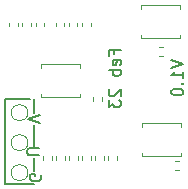
<source format=gbr>
%TF.GenerationSoftware,KiCad,Pcbnew,(6.0.9)*%
%TF.CreationDate,2023-01-31T14:44:07+01:00*%
%TF.ProjectId,keyring_beerclock,6b657972-696e-4675-9f62-656572636c6f,rev?*%
%TF.SameCoordinates,Original*%
%TF.FileFunction,Legend,Bot*%
%TF.FilePolarity,Positive*%
%FSLAX46Y46*%
G04 Gerber Fmt 4.6, Leading zero omitted, Abs format (unit mm)*
G04 Created by KiCad (PCBNEW (6.0.9)) date 2023-01-31 14:44:07*
%MOMM*%
%LPD*%
G01*
G04 APERTURE LIST*
%ADD10C,0.150000*%
%ADD11C,0.120000*%
G04 APERTURE END LIST*
D10*
X149528571Y-108728571D02*
X149528571Y-108395238D01*
X150052380Y-108395238D02*
X149052380Y-108395238D01*
X149052380Y-108871428D01*
X150004761Y-109633333D02*
X150052380Y-109538095D01*
X150052380Y-109347619D01*
X150004761Y-109252380D01*
X149909523Y-109204761D01*
X149528571Y-109204761D01*
X149433333Y-109252380D01*
X149385714Y-109347619D01*
X149385714Y-109538095D01*
X149433333Y-109633333D01*
X149528571Y-109680952D01*
X149623809Y-109680952D01*
X149719047Y-109204761D01*
X150052380Y-110109523D02*
X149052380Y-110109523D01*
X149433333Y-110109523D02*
X149385714Y-110204761D01*
X149385714Y-110395238D01*
X149433333Y-110490476D01*
X149480952Y-110538095D01*
X149576190Y-110585714D01*
X149861904Y-110585714D01*
X149957142Y-110538095D01*
X150004761Y-110490476D01*
X150052380Y-110395238D01*
X150052380Y-110204761D01*
X150004761Y-110109523D01*
X149147619Y-111728571D02*
X149100000Y-111776190D01*
X149052380Y-111871428D01*
X149052380Y-112109523D01*
X149100000Y-112204761D01*
X149147619Y-112252380D01*
X149242857Y-112300000D01*
X149338095Y-112300000D01*
X149480952Y-112252380D01*
X150052380Y-111680952D01*
X150052380Y-112300000D01*
X149052380Y-112633333D02*
X149052380Y-113252380D01*
X149433333Y-112919047D01*
X149433333Y-113061904D01*
X149480952Y-113157142D01*
X149528571Y-113204761D01*
X149623809Y-113252380D01*
X149861904Y-113252380D01*
X149957142Y-113204761D01*
X150004761Y-113157142D01*
X150052380Y-113061904D01*
X150052380Y-112776190D01*
X150004761Y-112680952D01*
X149957142Y-112633333D01*
X154352380Y-109276190D02*
X155352380Y-109609523D01*
X154352380Y-109942857D01*
X155352380Y-110800000D02*
X155352380Y-110228571D01*
X155352380Y-110514285D02*
X154352380Y-110514285D01*
X154495238Y-110419047D01*
X154590476Y-110323809D01*
X154638095Y-110228571D01*
X155257142Y-111228571D02*
X155304761Y-111276190D01*
X155352380Y-111228571D01*
X155304761Y-111180952D01*
X155257142Y-111228571D01*
X155352380Y-111228571D01*
X154352380Y-111895238D02*
X154352380Y-111990476D01*
X154400000Y-112085714D01*
X154447619Y-112133333D01*
X154542857Y-112180952D01*
X154733333Y-112228571D01*
X154971428Y-112228571D01*
X155161904Y-112180952D01*
X155257142Y-112133333D01*
X155304761Y-112085714D01*
X155352380Y-111990476D01*
X155352380Y-111895238D01*
X155304761Y-111800000D01*
X155257142Y-111752380D01*
X155161904Y-111704761D01*
X154971428Y-111657142D01*
X154733333Y-111657142D01*
X154542857Y-111704761D01*
X154447619Y-111752380D01*
X154400000Y-111800000D01*
X154352380Y-111895238D01*
X142700000Y-113700000D02*
X142700000Y-112500000D01*
X142700000Y-116500000D02*
X142700000Y-114700000D01*
X143300000Y-118938095D02*
X143347619Y-119033333D01*
X143347619Y-119176190D01*
X143300000Y-119319047D01*
X143204761Y-119414285D01*
X143109523Y-119461904D01*
X142919047Y-119509523D01*
X142776190Y-119509523D01*
X142585714Y-119461904D01*
X142490476Y-119414285D01*
X142395238Y-119319047D01*
X142347619Y-119176190D01*
X142347619Y-119080952D01*
X142395238Y-118938095D01*
X142442857Y-118890476D01*
X142776190Y-118890476D01*
X142776190Y-119080952D01*
X143147619Y-117285714D02*
X142338095Y-117285714D01*
X142242857Y-117238095D01*
X142195238Y-117190476D01*
X142147619Y-117095238D01*
X142147619Y-116904761D01*
X142195238Y-116809523D01*
X142242857Y-116761904D01*
X142338095Y-116714285D01*
X143147619Y-116714285D01*
X143247619Y-114533333D02*
X142247619Y-114200000D01*
X143247619Y-113866666D01*
X142700000Y-118600000D02*
X142700000Y-117500000D01*
X140300000Y-119700000D02*
X142700000Y-119700000D01*
X140300000Y-112500000D02*
X140300000Y-119700000D01*
X142400000Y-112500000D02*
X140300000Y-112500000D01*
D11*
%TO.C,J5*%
X142200000Y-118780000D02*
G75*
G03*
X142200000Y-118780000I-700000J0D01*
G01*
%TO.C,J4*%
X142200000Y-116240000D02*
G75*
G03*
X142200000Y-116240000I-700000J0D01*
G01*
%TO.C,J3*%
X142200000Y-113700000D02*
G75*
G03*
X142200000Y-113700000I-700000J0D01*
G01*
%TO.C,SW4*%
X143350000Y-112400000D02*
X143350000Y-112100000D01*
X146650000Y-112100000D02*
X146650000Y-112400000D01*
X146650000Y-109900000D02*
X146650000Y-109600000D01*
X143350000Y-109600000D02*
X143350000Y-109900000D01*
X146650000Y-112400000D02*
X143350000Y-112400000D01*
X146650000Y-109600000D02*
X143350000Y-109600000D01*
%TO.C,SW3*%
X151850000Y-117400000D02*
X151850000Y-117100000D01*
X155150000Y-117100000D02*
X155150000Y-117400000D01*
X155150000Y-114900000D02*
X155150000Y-114600000D01*
X151850000Y-114600000D02*
X151850000Y-114900000D01*
X155150000Y-117400000D02*
X151850000Y-117400000D01*
X155150000Y-114600000D02*
X151850000Y-114600000D01*
%TO.C,SW2*%
X151750000Y-107400000D02*
X151750000Y-107100000D01*
X155050000Y-107100000D02*
X155050000Y-107400000D01*
X155050000Y-104900000D02*
X155050000Y-104600000D01*
X151750000Y-104600000D02*
X151750000Y-104900000D01*
X155050000Y-107400000D02*
X151750000Y-107400000D01*
X155050000Y-104600000D02*
X151750000Y-104600000D01*
%TO.C,R6*%
X153332379Y-108880000D02*
X153667621Y-108880000D01*
X153332379Y-108120000D02*
X153667621Y-108120000D01*
%TO.C,R11*%
X144240000Y-117382379D02*
X144240000Y-117717621D01*
X143480000Y-117382379D02*
X143480000Y-117717621D01*
%TO.C,R10*%
X145342000Y-117382379D02*
X145342000Y-117717621D01*
X144582000Y-117382379D02*
X144582000Y-117717621D01*
%TO.C,R9*%
X146784000Y-117382379D02*
X146784000Y-117717621D01*
X147544000Y-117382379D02*
X147544000Y-117717621D01*
%TO.C,R8*%
X145686000Y-117382379D02*
X145686000Y-117717621D01*
X146446000Y-117382379D02*
X146446000Y-117717621D01*
%TO.C,R7*%
X154632379Y-118580000D02*
X154967621Y-118580000D01*
X154632379Y-117820000D02*
X154967621Y-117820000D01*
%TO.C,R5*%
X148480000Y-112667621D02*
X148480000Y-112332379D01*
X147720000Y-112667621D02*
X147720000Y-112332379D01*
%TO.C,R4*%
X148988000Y-117717621D02*
X148988000Y-117382379D01*
X149748000Y-117717621D02*
X149748000Y-117382379D01*
%TO.C,R3*%
X147890000Y-117717621D02*
X147890000Y-117382379D01*
X148650000Y-117717621D02*
X148650000Y-117382379D01*
%TO.C,R1*%
X140598000Y-106397621D02*
X140598000Y-106062379D01*
X141358000Y-106397621D02*
X141358000Y-106062379D01*
%TO.C,C10*%
X144564000Y-106365835D02*
X144564000Y-106134165D01*
X145284000Y-106365835D02*
X145284000Y-106134165D01*
%TO.C,C8*%
X146800000Y-106365835D02*
X146800000Y-106134165D01*
X147520000Y-106365835D02*
X147520000Y-106134165D01*
%TO.C,C7*%
X141746000Y-106365835D02*
X141746000Y-106134165D01*
X142466000Y-106365835D02*
X142466000Y-106134165D01*
%TO.C,C4*%
X143610000Y-106365835D02*
X143610000Y-106134165D01*
X142890000Y-106365835D02*
X142890000Y-106134165D01*
%TO.C,C3*%
X145682000Y-106365835D02*
X145682000Y-106134165D01*
X146402000Y-106365835D02*
X146402000Y-106134165D01*
%TD*%
M02*

</source>
